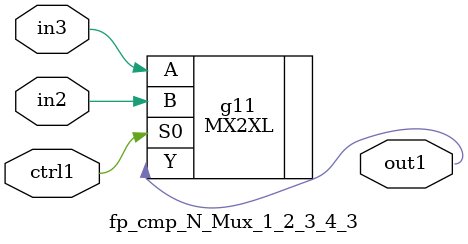
<source format=v>
`timescale 1ps / 1ps


module fp_cmp_N_Mux_1_2_3_4_3(in3, in2, ctrl1, out1);
  input in3, in2, ctrl1;
  output out1;
  wire in3, in2, ctrl1;
  wire out1;
  MX2XL g11(.A (in3), .B (in2), .S0 (ctrl1), .Y (out1));
endmodule



</source>
